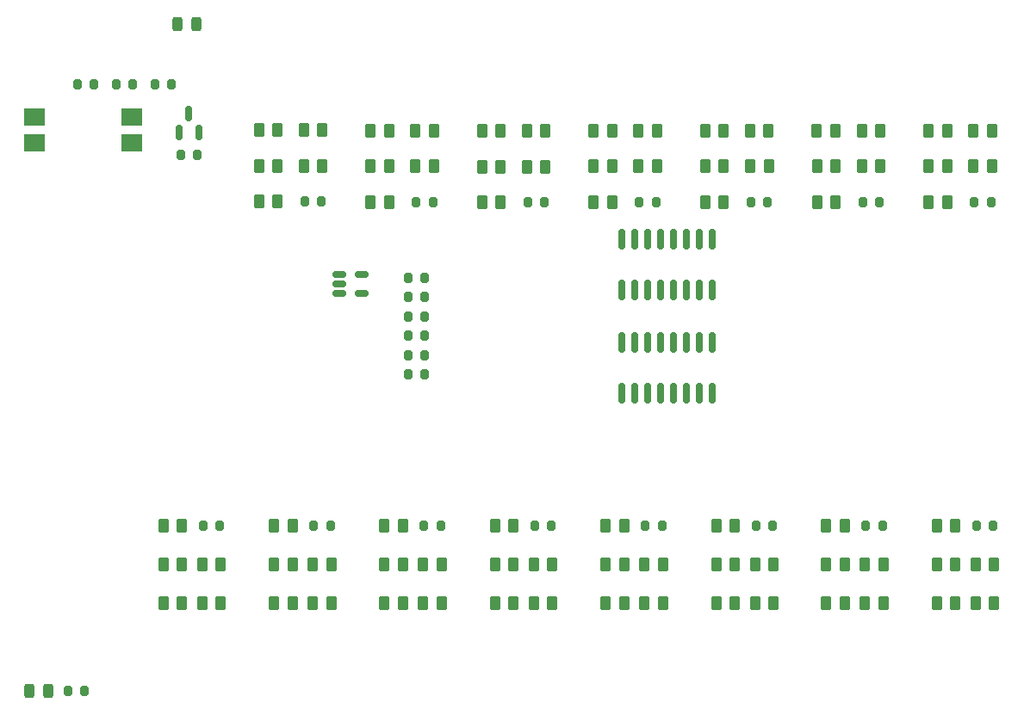
<source format=gbr>
%TF.GenerationSoftware,KiCad,Pcbnew,(6.0.0-0)*%
%TF.CreationDate,2023-02-18T21:35:05+01:00*%
%TF.ProjectId,epanel-energy-monitor,6570616e-656c-42d6-956e-657267792d6d,rev?*%
%TF.SameCoordinates,Original*%
%TF.FileFunction,Paste,Top*%
%TF.FilePolarity,Positive*%
%FSLAX46Y46*%
G04 Gerber Fmt 4.6, Leading zero omitted, Abs format (unit mm)*
G04 Created by KiCad (PCBNEW (6.0.0-0)) date 2023-02-18 21:35:05*
%MOMM*%
%LPD*%
G01*
G04 APERTURE LIST*
G04 Aperture macros list*
%AMRoundRect*
0 Rectangle with rounded corners*
0 $1 Rounding radius*
0 $2 $3 $4 $5 $6 $7 $8 $9 X,Y pos of 4 corners*
0 Add a 4 corners polygon primitive as box body*
4,1,4,$2,$3,$4,$5,$6,$7,$8,$9,$2,$3,0*
0 Add four circle primitives for the rounded corners*
1,1,$1+$1,$2,$3*
1,1,$1+$1,$4,$5*
1,1,$1+$1,$6,$7*
1,1,$1+$1,$8,$9*
0 Add four rect primitives between the rounded corners*
20,1,$1+$1,$2,$3,$4,$5,0*
20,1,$1+$1,$4,$5,$6,$7,0*
20,1,$1+$1,$6,$7,$8,$9,0*
20,1,$1+$1,$8,$9,$2,$3,0*%
G04 Aperture macros list end*
%ADD10RoundRect,0.250000X0.262500X0.450000X-0.262500X0.450000X-0.262500X-0.450000X0.262500X-0.450000X0*%
%ADD11RoundRect,0.250000X-0.262500X-0.450000X0.262500X-0.450000X0.262500X0.450000X-0.262500X0.450000X0*%
%ADD12RoundRect,0.200000X0.200000X0.275000X-0.200000X0.275000X-0.200000X-0.275000X0.200000X-0.275000X0*%
%ADD13RoundRect,0.200000X-0.200000X-0.275000X0.200000X-0.275000X0.200000X0.275000X-0.200000X0.275000X0*%
%ADD14RoundRect,0.243750X0.243750X0.456250X-0.243750X0.456250X-0.243750X-0.456250X0.243750X-0.456250X0*%
%ADD15RoundRect,0.150000X0.150000X-0.825000X0.150000X0.825000X-0.150000X0.825000X-0.150000X-0.825000X0*%
%ADD16R,2.000000X1.780000*%
%ADD17RoundRect,0.150000X0.150000X-0.587500X0.150000X0.587500X-0.150000X0.587500X-0.150000X-0.587500X0*%
%ADD18RoundRect,0.150000X-0.512500X-0.150000X0.512500X-0.150000X0.512500X0.150000X-0.512500X0.150000X0*%
G04 APERTURE END LIST*
D10*
%TO.C,R74*%
X151931769Y-99970480D03*
X150106769Y-99970480D03*
%TD*%
D11*
%TO.C,R45*%
X186147889Y-53473789D03*
X187972889Y-53473789D03*
%TD*%
D10*
%TO.C,R48*%
X194535689Y-53473789D03*
X192710689Y-53473789D03*
%TD*%
D11*
%TO.C,R88*%
X175659169Y-99970480D03*
X177484169Y-99970480D03*
%TD*%
D10*
%TO.C,R92*%
X184494569Y-99970480D03*
X182669569Y-99970480D03*
%TD*%
D12*
%TO.C,R77*%
X166525469Y-92350480D03*
X164875469Y-92350480D03*
%TD*%
D10*
%TO.C,R18*%
X139671689Y-53473789D03*
X137846689Y-53473789D03*
%TD*%
%TO.C,R42*%
X183562889Y-53473789D03*
X181737889Y-53473789D03*
%TD*%
%TO.C,R55*%
X119327300Y-96164400D03*
X117502300Y-96164400D03*
%TD*%
%TO.C,R54*%
X119327300Y-92354400D03*
X117502300Y-92354400D03*
%TD*%
%TO.C,R67*%
X141060569Y-96160480D03*
X139235569Y-96160480D03*
%TD*%
%TO.C,R68*%
X141060569Y-99970480D03*
X139235569Y-99970480D03*
%TD*%
D11*
%TO.C,R81*%
X164787969Y-96160480D03*
X166612969Y-96160480D03*
%TD*%
D12*
%TO.C,R29*%
X165939789Y-60484189D03*
X164289789Y-60484189D03*
%TD*%
%TO.C,R11*%
X133033600Y-60452000D03*
X131383600Y-60452000D03*
%TD*%
%TO.C,R9*%
X143192000Y-75560000D03*
X141542000Y-75560000D03*
%TD*%
D13*
%TO.C,R6*%
X141542000Y-69850000D03*
X143192000Y-69850000D03*
%TD*%
D10*
%TO.C,R12*%
X128711100Y-53441600D03*
X126886100Y-53441600D03*
%TD*%
D12*
%TO.C,R59*%
X133911869Y-92350480D03*
X132261869Y-92350480D03*
%TD*%
%TO.C,R8*%
X143192000Y-77465000D03*
X141542000Y-77465000D03*
%TD*%
D11*
%TO.C,R27*%
X153229489Y-53524589D03*
X155054489Y-53524589D03*
%TD*%
D10*
%TO.C,R61*%
X130189369Y-96160480D03*
X128364369Y-96160480D03*
%TD*%
D12*
%TO.C,R3*%
X114490000Y-48895000D03*
X112840000Y-48895000D03*
%TD*%
D14*
%TO.C,D2*%
X120723900Y-43027600D03*
X118848900Y-43027600D03*
%TD*%
D12*
%TO.C,R89*%
X188217069Y-92350480D03*
X186567069Y-92350480D03*
%TD*%
D10*
%TO.C,R13*%
X128717500Y-56960000D03*
X126892500Y-56960000D03*
%TD*%
%TO.C,R30*%
X161617289Y-53473789D03*
X159792289Y-53473789D03*
%TD*%
%TO.C,R86*%
X173674169Y-99970480D03*
X171849169Y-99970480D03*
%TD*%
D15*
%TO.C,U2*%
X162560000Y-69150000D03*
X163830000Y-69150000D03*
X165100000Y-69150000D03*
X166370000Y-69150000D03*
X167640000Y-69150000D03*
X168910000Y-69150000D03*
X170180000Y-69150000D03*
X171450000Y-69150000D03*
X171450000Y-64200000D03*
X170180000Y-64200000D03*
X168910000Y-64200000D03*
X167640000Y-64200000D03*
X166370000Y-64200000D03*
X165100000Y-64200000D03*
X163830000Y-64200000D03*
X162560000Y-64200000D03*
%TD*%
D14*
%TO.C,D1*%
X106195100Y-108610400D03*
X104320100Y-108610400D03*
%TD*%
D13*
%TO.C,R10*%
X141542000Y-73655000D03*
X143192000Y-73655000D03*
%TD*%
D11*
%TO.C,R51*%
X197120689Y-53473789D03*
X198945689Y-53473789D03*
%TD*%
%TO.C,R69*%
X143045569Y-96160480D03*
X144870569Y-96160480D03*
%TD*%
D10*
%TO.C,R19*%
X139678089Y-56992189D03*
X137853089Y-56992189D03*
%TD*%
%TO.C,R96*%
X195365769Y-92350480D03*
X193540769Y-92350480D03*
%TD*%
D16*
%TO.C,U1*%
X104861400Y-52171600D03*
X104861400Y-54711600D03*
X114391400Y-54711600D03*
X114391400Y-52171600D03*
%TD*%
D12*
%TO.C,R83*%
X177396669Y-92350480D03*
X175746669Y-92350480D03*
%TD*%
D10*
%TO.C,R80*%
X162802969Y-99970480D03*
X160977969Y-99970480D03*
%TD*%
D17*
%TO.C,Q1*%
X119065000Y-53642500D03*
X120965000Y-53642500D03*
X120015000Y-51767500D03*
%TD*%
D12*
%TO.C,R65*%
X144783069Y-92350480D03*
X143133069Y-92350480D03*
%TD*%
D11*
%TO.C,R28*%
X153235889Y-57042989D03*
X155060889Y-57042989D03*
%TD*%
D12*
%TO.C,R7*%
X110680000Y-48895000D03*
X109030000Y-48895000D03*
%TD*%
D11*
%TO.C,R52*%
X197127089Y-56992189D03*
X198952089Y-56992189D03*
%TD*%
%TO.C,R57*%
X121312300Y-96164400D03*
X123137300Y-96164400D03*
%TD*%
%TO.C,R34*%
X164208689Y-56992189D03*
X166033689Y-56992189D03*
%TD*%
D12*
%TO.C,R95*%
X199088269Y-92350480D03*
X197438269Y-92350480D03*
%TD*%
D10*
%TO.C,R31*%
X161623689Y-56992189D03*
X159798689Y-56992189D03*
%TD*%
%TO.C,R79*%
X162802969Y-96160480D03*
X160977969Y-96160480D03*
%TD*%
D13*
%TO.C,R2*%
X116650000Y-48895000D03*
X118300000Y-48895000D03*
%TD*%
D11*
%TO.C,R87*%
X175659169Y-96160480D03*
X177484169Y-96160480D03*
%TD*%
D15*
%TO.C,U3*%
X162560000Y-79310000D03*
X163830000Y-79310000D03*
X165100000Y-79310000D03*
X166370000Y-79310000D03*
X167640000Y-79310000D03*
X168910000Y-79310000D03*
X170180000Y-79310000D03*
X171450000Y-79310000D03*
X171450000Y-74360000D03*
X170180000Y-74360000D03*
X168910000Y-74360000D03*
X167640000Y-74360000D03*
X166370000Y-74360000D03*
X165100000Y-74360000D03*
X163830000Y-74360000D03*
X162560000Y-74360000D03*
%TD*%
D12*
%TO.C,R41*%
X187885389Y-60484189D03*
X186235389Y-60484189D03*
%TD*%
%TO.C,R17*%
X143994189Y-60484189D03*
X142344189Y-60484189D03*
%TD*%
%TO.C,R5*%
X143192000Y-67945000D03*
X141542000Y-67945000D03*
%TD*%
%TO.C,R4*%
X120840000Y-55880000D03*
X119190000Y-55880000D03*
%TD*%
D11*
%TO.C,R93*%
X186479569Y-96160480D03*
X188304569Y-96160480D03*
%TD*%
D10*
%TO.C,R14*%
X128717500Y-60452000D03*
X126892500Y-60452000D03*
%TD*%
%TO.C,R97*%
X195365769Y-96160480D03*
X193540769Y-96160480D03*
%TD*%
%TO.C,R56*%
X119327300Y-99974400D03*
X117502300Y-99974400D03*
%TD*%
%TO.C,R72*%
X151931769Y-92350480D03*
X150106769Y-92350480D03*
%TD*%
D11*
%TO.C,R22*%
X142263089Y-56992189D03*
X144088089Y-56992189D03*
%TD*%
D10*
%TO.C,R37*%
X172596489Y-56992189D03*
X170771489Y-56992189D03*
%TD*%
%TO.C,R91*%
X184494569Y-96160480D03*
X182669569Y-96160480D03*
%TD*%
%TO.C,R38*%
X172596489Y-60484189D03*
X170771489Y-60484189D03*
%TD*%
%TO.C,R60*%
X130189369Y-92350480D03*
X128364369Y-92350480D03*
%TD*%
%TO.C,R26*%
X150650889Y-60534989D03*
X148825889Y-60534989D03*
%TD*%
D11*
%TO.C,R46*%
X186154289Y-56992189D03*
X187979289Y-56992189D03*
%TD*%
%TO.C,R40*%
X175181489Y-56992189D03*
X177006489Y-56992189D03*
%TD*%
D10*
%TO.C,R85*%
X173674169Y-96160480D03*
X171849169Y-96160480D03*
%TD*%
D11*
%TO.C,R15*%
X131296100Y-53441600D03*
X133121100Y-53441600D03*
%TD*%
%TO.C,R63*%
X132174369Y-96160480D03*
X133999369Y-96160480D03*
%TD*%
D10*
%TO.C,R20*%
X139678089Y-60484189D03*
X137853089Y-60484189D03*
%TD*%
D12*
%TO.C,C1*%
X143192000Y-71755000D03*
X141542000Y-71755000D03*
%TD*%
D10*
%TO.C,R49*%
X194542089Y-56992189D03*
X192717089Y-56992189D03*
%TD*%
D12*
%TO.C,R47*%
X198858189Y-60484189D03*
X197208189Y-60484189D03*
%TD*%
D11*
%TO.C,R58*%
X121312300Y-99974400D03*
X123137300Y-99974400D03*
%TD*%
%TO.C,R76*%
X153916769Y-99970480D03*
X155741769Y-99970480D03*
%TD*%
D10*
%TO.C,R66*%
X141060569Y-92350480D03*
X139235569Y-92350480D03*
%TD*%
%TO.C,R78*%
X162802969Y-92350480D03*
X160977969Y-92350480D03*
%TD*%
D11*
%TO.C,R70*%
X143045569Y-99970480D03*
X144870569Y-99970480D03*
%TD*%
%TO.C,R100*%
X197350769Y-99970480D03*
X199175769Y-99970480D03*
%TD*%
D10*
%TO.C,R25*%
X150650889Y-57042989D03*
X148825889Y-57042989D03*
%TD*%
%TO.C,R73*%
X151931769Y-96160480D03*
X150106769Y-96160480D03*
%TD*%
D11*
%TO.C,R94*%
X186479569Y-99970480D03*
X188304569Y-99970480D03*
%TD*%
D10*
%TO.C,R62*%
X130189369Y-99970480D03*
X128364369Y-99970480D03*
%TD*%
%TO.C,R32*%
X161623689Y-60484189D03*
X159798689Y-60484189D03*
%TD*%
%TO.C,R98*%
X195365769Y-99970480D03*
X193540769Y-99970480D03*
%TD*%
D12*
%TO.C,R1*%
X109740200Y-108610400D03*
X108090200Y-108610400D03*
%TD*%
D11*
%TO.C,R33*%
X164202289Y-53473789D03*
X166027289Y-53473789D03*
%TD*%
%TO.C,R39*%
X175175089Y-53473789D03*
X177000089Y-53473789D03*
%TD*%
D10*
%TO.C,R90*%
X184494569Y-92350480D03*
X182669569Y-92350480D03*
%TD*%
%TO.C,R50*%
X194542089Y-60484189D03*
X192717089Y-60484189D03*
%TD*%
%TO.C,R84*%
X173674169Y-92350480D03*
X171849169Y-92350480D03*
%TD*%
D11*
%TO.C,R99*%
X197350769Y-96160480D03*
X199175769Y-96160480D03*
%TD*%
%TO.C,R64*%
X132174369Y-99970480D03*
X133999369Y-99970480D03*
%TD*%
D10*
%TO.C,R44*%
X183569289Y-60484189D03*
X181744289Y-60484189D03*
%TD*%
D11*
%TO.C,R82*%
X164787969Y-99970480D03*
X166612969Y-99970480D03*
%TD*%
D12*
%TO.C,R53*%
X123049800Y-92354400D03*
X121399800Y-92354400D03*
%TD*%
D11*
%TO.C,R21*%
X142256689Y-53473789D03*
X144081689Y-53473789D03*
%TD*%
D10*
%TO.C,R43*%
X183569289Y-56992189D03*
X181744289Y-56992189D03*
%TD*%
%TO.C,R36*%
X172590089Y-53473789D03*
X170765089Y-53473789D03*
%TD*%
D11*
%TO.C,R16*%
X131302500Y-56960000D03*
X133127500Y-56960000D03*
%TD*%
D12*
%TO.C,R71*%
X155654269Y-92350480D03*
X154004269Y-92350480D03*
%TD*%
D11*
%TO.C,R75*%
X153916769Y-96160480D03*
X155741769Y-96160480D03*
%TD*%
D18*
%TO.C,U4*%
X134752500Y-67630000D03*
X134752500Y-68580000D03*
X134752500Y-69530000D03*
X137027500Y-69530000D03*
X137027500Y-67630000D03*
%TD*%
D12*
%TO.C,R23*%
X154966989Y-60534989D03*
X153316989Y-60534989D03*
%TD*%
D10*
%TO.C,R24*%
X150644489Y-53524589D03*
X148819489Y-53524589D03*
%TD*%
D12*
%TO.C,R35*%
X176912589Y-60484189D03*
X175262589Y-60484189D03*
%TD*%
M02*

</source>
